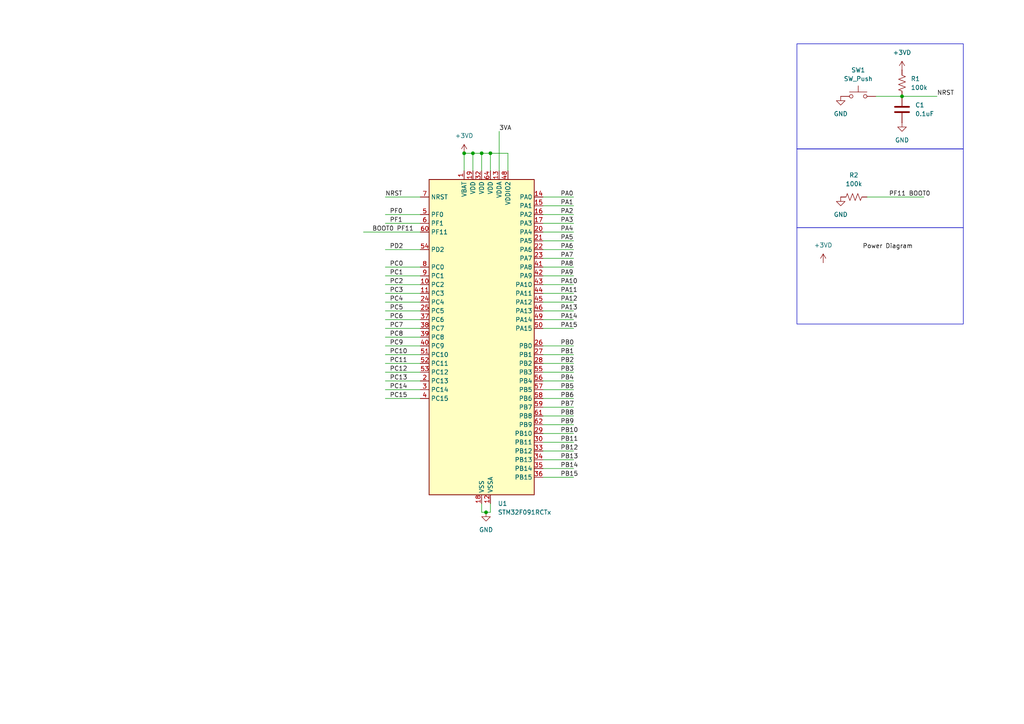
<source format=kicad_sch>
(kicad_sch (version 20250114) (generator "eeschema") (generator_version "9.0")
  (paper "A4")
  (title_block (title "STM32F09 Schematic") (date "2026-01-29") (rev "0"))
  (lib_symbols
    (symbol "Device:C" (pin_numbers (hide yes)) (pin_names (offset 0.254))
      (property "Reference" "C" (at 0.635 2.54 0))
      (property "Value" "C" (at 0.635 -2.54 0))
      (symbol "C_0_1"
        (polyline (pts (xy -2.032 0.762) (xy 2.032 0.762)) (stroke (width 0.508)))
        (polyline (pts (xy -2.032 -0.762) (xy 2.032 -0.762)) (stroke (width 0.508)))
      )
      (symbol "C_1_1"
        (pin passive line (at 0 3.81 270) (length 2.794) (name "~") (number "1"))
        (pin passive line (at 0 -3.81 90) (length 2.794) (name "~") (number "2"))
      )
    )
    (symbol "Device:R_US" (pin_numbers (hide yes)) (pin_names (offset 0))
      (property "Reference" "R" (at 2.54 0 90))
      (property "Value" "R_US" (at -2.54 0 90))
      (symbol "R_US_0_1"
        (polyline (pts (xy 0 2.286) (xy 0 2.54)))
        (polyline (pts (xy 0 2.286) (xy 1.016 1.905) (xy 0 1.524) (xy -1.016 1.143) (xy 0 0.762)))
        (polyline (pts (xy 0 0.762) (xy 1.016 0.381) (xy 0 0) (xy -1.016 -0.381) (xy 0 -0.762)))
        (polyline (pts (xy 0 -0.762) (xy 1.016 -1.143) (xy 0 -1.524) (xy -1.016 -1.905) (xy 0 -2.286)))
        (polyline (pts (xy 0 -2.286) (xy 0 -2.54)))
      )
      (symbol "R_US_1_1"
        (pin passive line (at 0 3.81 270) (length 1.27) (name "~") (number "1"))
        (pin passive line (at 0 -3.81 90) (length 1.27) (name "~") (number "2"))
      )
    )
    (symbol "MCU_ST_STM32F0:STM32F091RCTx"
      (property "Reference" "U" (at -15.24 46.99 0))
      (property "Value" "STM32F091RCTx" (at 10.16 46.99 0))
      (symbol "STM32F091RCTx_0_1"
        (rectangle (start -15.24 -45.72) (end 15.24 45.72) (stroke (width 0.254)) (fill (type background)))
      )
      (symbol "STM32F091RCTx_1_1"
        (pin input line (at -17.78 40.64 0) (length 2.54) (name "NRST") (number "7"))
        (pin bidirectional line (at -17.78 35.56 0) (length 2.54) (name "PF0") (number "5"))
        (pin bidirectional line (at -17.78 33.02 0) (length 2.54) (name "PF1") (number "6"))
        (pin bidirectional line (at -17.78 30.48 0) (length 2.54) (name "PF11") (number "60"))
        (pin bidirectional line (at -17.78 25.4 0) (length 2.54) (name "PD2") (number "54"))
        (pin bidirectional line (at -17.78 20.32 0) (length 2.54) (name "PC0") (number "8"))
        (pin bidirectional line (at -17.78 17.78 0) (length 2.54) (name "PC1") (number "9"))
        (pin bidirectional line (at -17.78 15.24 0) (length 2.54) (name "PC2") (number "10"))
        (pin bidirectional line (at -17.78 12.7 0) (length 2.54) (name "PC3") (number "11"))
        (pin bidirectional line (at -17.78 10.16 0) (length 2.54) (name "PC4") (number "24"))
        (pin bidirectional line (at -17.78 7.62 0) (length 2.54) (name "PC5") (number "25"))
        (pin bidirectional line (at -17.78 5.08 0) (length 2.54) (name "PC6") (number "37"))
        (pin bidirectional line (at -17.78 2.54 0) (length 2.54) (name "PC7") (number "38"))
        (pin bidirectional line (at -17.78 0 0) (length 2.54) (name "PC8") (number "39"))
        (pin bidirectional line (at -17.78 -2.54 0) (length 2.54) (name "PC9") (number "40"))
        (pin bidirectional line (at -17.78 -5.08 0) (length 2.54) (name "PC10") (number "51"))
        (pin bidirectional line (at -17.78 -7.62 0) (length 2.54) (name "PC11") (number "52"))
        (pin bidirectional line (at -17.78 -10.16 0) (length 2.54) (name "PC12") (number "53"))
        (pin bidirectional line (at -17.78 -12.7 0) (length 2.54) (name "PC13") (number "2"))
        (pin bidirectional line (at -17.78 -15.24 0) (length 2.54) (name "PC14") (number "3"))
        (pin bidirectional line (at -17.78 -17.78 0) (length 2.54) (name "PC15") (number "4"))
        (pin power_in line (at -5.08 48.26 270) (length 2.54) (name "VBAT") (number "1"))
        (pin power_in line (at -2.54 48.26 270) (length 2.54) (name "VDD") (number "19"))
        (pin power_in line (at 0 48.26 270) (length 2.54) (name "VDD") (number "32"))
        (pin power_in line (at 0 -48.26 90) (length 2.54) (name "VSS") (number "18"))
        (pin passive line (at 0 -48.26 90) (length 2.54) (hide yes) (name "VSS") (number "31"))
        (pin passive line (at 0 -48.26 90) (length 2.54) (hide yes) (name "VSS") (number "47"))
        (pin passive line (at 0 -48.26 90) (length 2.54) (hide yes) (name "VSS") (number "63"))
        (pin power_in line (at 2.54 48.26 270) (length 2.54) (name "VDD") (number "64"))
        (pin power_in line (at 2.54 -48.26 90) (length 2.54) (name "VSSA") (number "12"))
        (pin power_in line (at 5.08 48.26 270) (length 2.54) (name "VDDA") (number "13"))
        (pin power_in line (at 7.62 48.26 270) (length 2.54) (name "VDDIO2") (number "48"))
        (pin bidirectional line (at 17.78 40.64 180) (length 2.54) (name "PA0") (number "14"))
        (pin bidirectional line (at 17.78 38.1 180) (length 2.54) (name "PA1") (number "15"))
        (pin bidirectional line (at 17.78 35.56 180) (length 2.54) (name "PA2") (number "16"))
        (pin bidirectional line (at 17.78 33.02 180) (length 2.54) (name "PA3") (number "17"))
        (pin bidirectional line (at 17.78 30.48 180) (length 2.54) (name "PA4") (number "20"))
        (pin bidirectional line (at 17.78 27.94 180) (length 2.54) (name "PA5") (number "21"))
        (pin bidirectional line (at 17.78 25.4 180) (length 2.54) (name "PA6") (number "22"))
        (pin bidirectional line (at 17.78 22.86 180) (length 2.54) (name "PA7") (number "23"))
        (pin bidirectional line (at 17.78 20.32 180) (length 2.54) (name "PA8") (number "41"))
        (pin bidirectional line (at 17.78 17.78 180) (length 2.54) (name "PA9") (number "42"))
        (pin bidirectional line (at 17.78 15.24 180) (length 2.54) (name "PA10") (number "43"))
        (pin bidirectional line (at 17.78 12.7 180) (length 2.54) (name "PA11") (number "44"))
        (pin bidirectional line (at 17.78 10.16 180) (length 2.54) (name "PA12") (number "45"))
        (pin bidirectional line (at 17.78 7.62 180) (length 2.54) (name "PA13") (number "46"))
        (pin bidirectional line (at 17.78 5.08 180) (length 2.54) (name "PA14") (number "49"))
        (pin bidirectional line (at 17.78 2.54 180) (length 2.54) (name "PA15") (number "50"))
        (pin bidirectional line (at 17.78 -2.54 180) (length 2.54) (name "PB0") (number "26"))
        (pin bidirectional line (at 17.78 -5.08 180) (length 2.54) (name "PB1") (number "27"))
        (pin bidirectional line (at 17.78 -7.62 180) (length 2.54) (name "PB2") (number "28"))
        (pin bidirectional line (at 17.78 -10.16 180) (length 2.54) (name "PB3") (number "55"))
        (pin bidirectional line (at 17.78 -12.7 180) (length 2.54) (name "PB4") (number "56"))
        (pin bidirectional line (at 17.78 -15.24 180) (length 2.54) (name "PB5") (number "57"))
        (pin bidirectional line (at 17.78 -17.78 180) (length 2.54) (name "PB6") (number "58"))
        (pin bidirectional line (at 17.78 -20.32 180) (length 2.54) (name "PB7") (number "59"))
        (pin bidirectional line (at 17.78 -22.86 180) (length 2.54) (name "PB8") (number "61"))
        (pin bidirectional line (at 17.78 -25.4 180) (length 2.54) (name "PB9") (number "62"))
        (pin bidirectional line (at 17.78 -27.94 180) (length 2.54) (name "PB10") (number "29"))
        (pin bidirectional line (at 17.78 -30.48 180) (length 2.54) (name "PB11") (number "30"))
        (pin bidirectional line (at 17.78 -33.02 180) (length 2.54) (name "PB12") (number "33"))
        (pin bidirectional line (at 17.78 -35.56 180) (length 2.54) (name "PB13") (number "34"))
        (pin bidirectional line (at 17.78 -38.1 180) (length 2.54) (name "PB14") (number "35"))
        (pin bidirectional line (at 17.78 -40.64 180) (length 2.54) (name "PB15") (number "36"))
      )
    )
    (symbol "Switch:SW_Push" (pin_numbers (hide yes)) (pin_names (offset 1.016) (hide yes))
      (property "Reference" "SW" (at 1.27 2.54 0))
      (property "Value" "SW_Push" (at 0 -1.524 0))
      (symbol "SW_Push_0_1"
        (circle (center -2.032 0) (radius 0.508))
        (polyline (pts (xy 0 1.27) (xy 0 3.048)))
        (circle (center 2.032 0) (radius 0.508))
        (polyline (pts (xy 2.54 1.27) (xy -2.54 1.27)))
        (pin passive line (at -5.08 0 0) (length 2.54) (name "1") (number "1"))
        (pin passive line (at 5.08 0 180) (length 2.54) (name "2") (number "2"))
      )
    )
    (symbol "power:GND" (power) (pin_numbers (hide yes)) (pin_names (offset 0) (hide yes))
      (property "Value" "GND" (at 0 -3.81 0))
      (symbol "GND_0_1"
        (polyline (pts (xy 0 0) (xy 0 -1.27) (xy 1.27 -1.27) (xy 0 -2.54) (xy -1.27 -1.27) (xy 0 -1.27)))
      )
      (symbol "GND_1_1"
        (pin power_in line (at 0 0 270) (length 0) (name "~") (number "1"))
      )
    )
    (symbol "power:VDD" (power) (pin_numbers (hide yes)) (pin_names (offset 0) (hide yes))
      (property "Value" "VDD" (at 0 3.556 0))
      (symbol "VDD_0_1"
        (polyline (pts (xy -0.762 1.27) (xy 0 2.54)))
        (polyline (pts (xy 0 2.54) (xy 0.762 1.27)))
        (polyline (pts (xy 0 0) (xy 0 2.54)))
      )
      (symbol "VDD_1_1"
        (pin power_in line (at 0 0 90) (length 0) (name "~") (number "1"))
      )
    )
  )
  (rectangle (start 231.14 12.7) (end 279.4 43.18))
  (rectangle (start 231.14 66.04) (end 279.4 93.98))
  (rectangle (start 231.14 43.18) (end 279.4 66.04))
  (junction (at 139.7 44.45))
  (junction (at 134.62 44.45))
  (junction (at 137.16 44.45))
  (junction (at 142.24 44.45))
  (junction (at 140.97 148.59))
  (junction (at 261.62 27.94))
  (wire (pts (xy 157.48 57.15) (xy 166.37 57.15)))
  (wire (pts (xy 139.7 148.59) (xy 140.97 148.59)))
  (wire (pts (xy 144.78 38.1) (xy 144.78 49.53)))
  (wire (pts (xy 111.76 92.71) (xy 121.92 92.71)))
  (wire (pts (xy 111.76 90.17) (xy 121.92 90.17)))
  (wire (pts (xy 157.48 105.41) (xy 166.37 105.41)))
  (wire (pts (xy 134.62 44.45) (xy 137.16 44.45)))
  (wire (pts (xy 111.76 57.15) (xy 121.92 57.15)))
  (wire (pts (xy 157.48 120.65) (xy 166.37 120.65)))
  (wire (pts (xy 111.76 85.09) (xy 121.92 85.09)))
  (wire (pts (xy 157.48 82.55) (xy 166.37 82.55)))
  (wire (pts (xy 111.76 72.39) (xy 121.92 72.39)))
  (wire (pts (xy 142.24 49.53) (xy 142.24 44.45)))
  (wire (pts (xy 157.48 72.39) (xy 166.37 72.39)))
  (wire (pts (xy 254 27.94) (xy 261.62 27.94)))
  (wire (pts (xy 111.76 62.23) (xy 121.92 62.23)))
  (wire (pts (xy 111.76 105.41) (xy 121.92 105.41)))
  (wire (pts (xy 111.76 82.55) (xy 121.92 82.55)))
  (wire (pts (xy 157.48 87.63) (xy 166.37 87.63)))
  (wire (pts (xy 157.48 133.35) (xy 166.37 133.35)))
  (wire (pts (xy 157.48 92.71) (xy 166.37 92.71)))
  (wire (pts (xy 157.48 128.27) (xy 166.37 128.27)))
  (wire (pts (xy 157.48 135.89) (xy 166.37 135.89)))
  (wire (pts (xy 147.32 49.53) (xy 147.32 44.45)))
  (wire (pts (xy 140.97 148.59) (xy 142.24 148.59)))
  (wire (pts (xy 157.48 74.93) (xy 166.37 74.93)))
  (wire (pts (xy 157.48 95.25) (xy 166.37 95.25)))
  (wire (pts (xy 139.7 49.53) (xy 139.7 44.45)))
  (wire (pts (xy 157.48 123.19) (xy 166.37 123.19)))
  (wire (pts (xy 157.48 77.47) (xy 166.37 77.47)))
  (wire (pts (xy 157.48 130.81) (xy 166.37 130.81)))
  (wire (pts (xy 261.62 27.94) (xy 271.78 27.94)))
  (wire (pts (xy 111.76 64.77) (xy 121.92 64.77)))
  (wire (pts (xy 157.48 85.09) (xy 166.37 85.09)))
  (wire (pts (xy 134.62 49.53) (xy 134.62 44.45)))
  (wire (pts (xy 157.48 107.95) (xy 166.37 107.95)))
  (wire (pts (xy 157.48 138.43) (xy 166.37 138.43)))
  (wire (pts (xy 157.48 113.03) (xy 166.37 113.03)))
  (wire (pts (xy 111.76 77.47) (xy 121.92 77.47)))
  (wire (pts (xy 142.24 44.45) (xy 147.32 44.45)))
  (wire (pts (xy 139.7 44.45) (xy 137.16 44.45)))
  (wire (pts (xy 142.24 146.05) (xy 142.24 148.59)))
  (wire (pts (xy 157.48 59.69) (xy 166.37 59.69)))
  (wire (pts (xy 157.48 90.17) (xy 166.37 90.17)))
  (wire (pts (xy 111.76 110.49) (xy 121.92 110.49)))
  (wire (pts (xy 139.7 146.05) (xy 139.7 148.59)))
  (wire (pts (xy 157.48 110.49) (xy 166.37 110.49)))
  (wire (pts (xy 137.16 44.45) (xy 137.16 49.53)))
  (wire (pts (xy 111.76 102.87) (xy 121.92 102.87)))
  (wire (pts (xy 111.76 100.33) (xy 121.92 100.33)))
  (wire (pts (xy 111.76 80.01) (xy 121.92 80.01)))
  (wire (pts (xy 111.76 87.63) (xy 121.92 87.63)))
  (wire (pts (xy 142.24 44.45) (xy 139.7 44.45)))
  (wire (pts (xy 157.48 64.77) (xy 166.37 64.77)))
  (wire (pts (xy 157.48 118.11) (xy 166.37 118.11)))
  (wire (pts (xy 157.48 115.57) (xy 166.37 115.57)))
  (wire (pts (xy 157.48 67.31) (xy 166.37 67.31)))
  (wire (pts (xy 157.48 100.33) (xy 166.37 100.33)))
  (wire (pts (xy 111.76 107.95) (xy 121.92 107.95)))
  (wire (pts (xy 111.76 113.03) (xy 121.92 113.03)))
  (wire (pts (xy 157.48 62.23) (xy 166.37 62.23)))
  (wire (pts (xy 111.76 115.57) (xy 121.92 115.57)))
  (wire (pts (xy 251.46 57.15) (xy 267.97 57.15)))
  (wire (pts (xy 157.48 80.01) (xy 166.37 80.01)))
  (wire (pts (xy 157.48 125.73) (xy 166.37 125.73)))
  (wire (pts (xy 111.76 97.79) (xy 121.92 97.79)))
  (wire (pts (xy 105.41 67.31) (xy 121.92 67.31)))
  (wire (pts (xy 157.48 69.85) (xy 166.37 69.85)))
  (wire (pts (xy 111.76 95.25) (xy 121.92 95.25)))
  (wire (pts (xy 157.48 102.87) (xy 166.37 102.87)))
  (label "PA1" (at 162.56 59.69 0))
  (label "PC6" (at 113.03 92.71 0))
  (label "PA14" (at 162.56 92.71 0))
  (label "PC5" (at 113.03 90.17 0))
  (label "PA3" (at 162.56 64.77 0))
  (label "PC13" (at 113.03 110.49 0))
  (label "PB11" (at 162.56 128.27 0))
  (label "PC10" (at 113.03 102.87 0))
  (label "PA10" (at 162.56 82.55 0))
  (label "PA6" (at 162.56 72.39 0))
  (label "PA13" (at 162.56 90.17 0))
  (label "PC1" (at 113.03 80.01 0))
  (label "Power Diagram" (at 250.19 72.39 0))
  (label "PB7" (at 162.56 118.11 0))
  (label "PA11" (at 162.56 85.09 0))
  (label "PC3" (at 113.03 85.09 0))
  (label "3VA" (at 144.78 38.1 0))
  (label "PB13" (at 162.56 133.35 0))
  (label "BOOT0 PF11" (at 107.95 67.31 0))
  (label "PC12" (at 113.03 107.95 0))
  (label "PF0" (at 113.03 62.23 0))
  (label "PF11 BOOT0" (at 257.81 57.15 0))
  (label "PB6" (at 162.56 115.57 0))
  (label "PA15" (at 162.56 95.25 0))
  (label "PC4" (at 113.03 87.63 0))
  (label "PB2" (at 162.56 105.41 0))
  (label "PA5" (at 162.56 69.85 0))
  (label "NRST" (at 111.76 57.15 0))
  (label "PB14" (at 162.56 135.89 0))
  (label "PB15" (at 162.56 138.43 0))
  (label "PB8" (at 162.56 120.65 0))
  (label "PD2" (at 113.03 72.39 0))
  (label "PC2" (at 113.03 82.55 0))
  (label "PA0" (at 162.56 57.15 0))
  (label "PA2" (at 162.56 62.23 0))
  (label "PB3" (at 162.56 107.95 0))
  (label "NRST" (at 271.78 27.94 0))
  (label "PC11" (at 113.03 105.41 0))
  (label "PB0" (at 162.56 100.33 0))
  (label "PA9" (at 162.56 80.01 0))
  (label "PB12" (at 162.56 130.81 0))
  (label "PC14" (at 113.03 113.03 0))
  (label "PC7" (at 113.03 95.25 0))
  (label "PC8" (at 113.03 97.79 0))
  (label "PB4" (at 162.56 110.49 0))
  (label "PA8" (at 162.56 77.47 0))
  (label "PF1" (at 113.03 64.77 0))
  (label "PB10" (at 162.56 125.73 0))
  (label "PB9" (at 162.56 123.19 0))
  (label "PC9" (at 113.03 100.33 0))
  (label "PA4" (at 162.56 67.31 0))
  (label "PC0" (at 113.03 77.47 0))
  (label "PC15" (at 113.03 115.57 0))
  (label "PB1" (at 162.56 102.87 0))
  (label "PA7" (at 162.56 74.93 0))
  (label "PB5" (at 162.56 113.03 0))
  (label "PA12" (at 162.56 87.63 0))
  (symbol (lib_id "Device:R_US") (at 247.65 57.15 90) (unit 1)
    (property "Reference" "R2" (at 247.65 50.8 90))
    (property "Value" "100k" (at 247.65 53.34 90))
    (property "Description" "Resistor, US symbol" (effects (hide yes)))
  )
  (symbol (lib_id "power:VDD") (at 134.62 44.45 0) (unit 1)
    (property "Reference" "#PWR01" (effects (hide yes)))
    (property "Value" "+3VD" (at 134.62 39.37 0))
    (property "Description" "Power symbol creates a global label with name \"VDD\"" (effects (hide yes)))
  )
  (symbol (lib_id "power:GND") (at 140.97 148.59 0) (unit 1)
    (property "Reference" "#PWR02" (effects (hide yes)))
    (property "Value" "GND" (at 140.97 153.67 0))
    (property "Description" "Power symbol creates a global label with name \"GND\" , ground" (effects (hide yes)))
  )
  (symbol (lib_id "power:GND") (at 243.84 27.94 0) (unit 1)
    (property "Reference" "#PWR03" (effects (hide yes)))
    (property "Value" "GND" (at 243.84 33.02 0))
    (property "Description" "Power symbol creates a global label with name \"GND\" , ground" (effects (hide yes)))
  )
  (symbol (lib_id "power:VDD") (at 238.76 76.2 0) (unit 1)
    (property "Reference" "#PWR07" (effects (hide yes)))
    (property "Value" "+3VD" (at 238.76 71.12 0))
    (property "Description" "Power symbol creates a global label with name \"VDD\"" (effects (hide yes)))
  )
  (symbol (lib_id "Switch:SW_Push") (at 248.92 27.94 0) (unit 1)
    (property "Reference" "SW1" (at 248.92 20.32 0))
    (property "Value" "SW_Push" (at 248.92 22.86 0))
    (property "Description" "Push button switch, generic, two pins" (effects (hide yes)))
  )
  (symbol (lib_id "Device:R_US") (at 261.62 24.13 0) (unit 1)
    (property "Reference" "R1" (at 264.16 22.8599 0) (effects (justify left)))
    (property "Value" "100k" (at 264.16 25.3999 0) (effects (justify left)))
    (property "Description" "Resistor, US symbol" (effects (hide yes)))
  )
  (symbol (lib_id "Device:C") (at 261.62 31.75 0) (unit 1)
    (property "Reference" "C1" (at 265.43 30.4799 0) (effects (justify left)))
    (property "Value" "0.1uF" (at 265.43 33.0199 0) (effects (justify left)))
    (property "Description" "Unpolarized capacitor" (effects (hide yes)))
  )
  (symbol (lib_id "power:GND") (at 243.84 57.15 0) (unit 1)
    (property "Reference" "#PWR06" (effects (hide yes)))
    (property "Value" "GND" (at 243.84 62.23 0))
    (property "Description" "Power symbol creates a global label with name \"GND\" , ground" (effects (hide yes)))
  )
  (symbol (lib_id "power:GND") (at 261.62 35.56 0) (unit 1)
    (property "Reference" "#PWR04" (effects (hide yes)))
    (property "Value" "GND" (at 261.62 40.64 0))
    (property "Description" "Power symbol creates a global label with name \"GND\" , ground" (effects (hide yes)))
  )
  (symbol (lib_id "MCU_ST_STM32F0:STM32F091RCTx") (at 139.7 97.79 0) (unit 1)
    (property "Reference" "U1" (at 144.3833 146.05 0) (effects (justify left)))
    (property "Value" "STM32F091RCTx" (at 144.3833 148.59 0) (effects (justify left)))
    (property "Footprint" "Package_QFP:LQFP-64_10x10mm_P0.5mm" (effects (hide yes)))
    (property "Datasheet" "https://www.st.com/resource/en/datasheet/stm32f091rc.pdf" (effects (hide yes)))
    (property "Description" "STMicroelectronics Arm Cortex-M0 MCU, 256KB flash, 32KB RAM, 48 MHz, 2.0-3.6V, 52 GPIO, LQFP64" (effects (hide yes)))
  )
  (symbol (lib_id "power:VDD") (at 261.62 20.32 0) (unit 1)
    (property "Reference" "#PWR05" (effects (hide yes)))
    (property "Value" "+3VD" (at 261.62 15.24 0))
    (property "Description" "Power symbol creates a global label with name \"VDD\"" (effects (hide yes)))
  )
)
</source>
